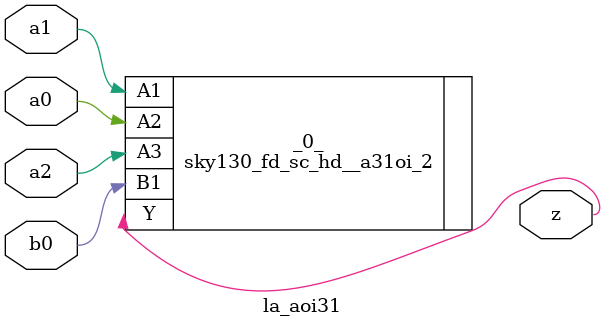
<source format=v>

module la_aoi31(a0, a1, a2, b0, z);
  input a0;
  input a1;
  input a2;
  input b0;
  output z;
  sky130_fd_sc_hd__a31oi_2 _0_ (
    .A1(a1),
    .A2(a0),
    .A3(a2),
    .B1(b0),
    .Y(z)
  );
endmodule

</source>
